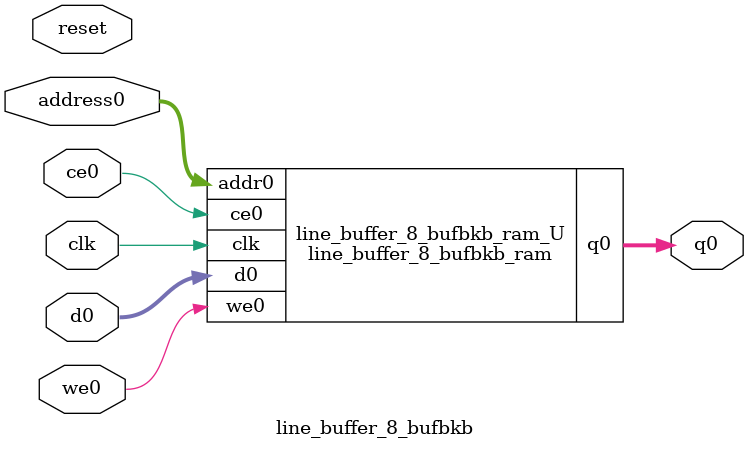
<source format=v>

`timescale 1 ns / 1 ps
module line_buffer_8_bufbkb_ram (addr0, ce0, d0, we0, q0,  clk);

parameter DWIDTH = 16;
parameter AWIDTH = 12;
parameter MEM_SIZE = 4096;

input[AWIDTH-1:0] addr0;
input ce0;
input[DWIDTH-1:0] d0;
input we0;
output reg[DWIDTH-1:0] q0;
input clk;

(* ram_style = "block" *)reg [DWIDTH-1:0] ram[0:MEM_SIZE-1];




always @(posedge clk)  
begin 
    if (ce0) 
    begin
        if (we0) 
        begin 
            ram[addr0] <= d0; 
            q0 <= d0;
        end 
        else 
            q0 <= ram[addr0];
    end
end


endmodule


`timescale 1 ns / 1 ps
module line_buffer_8_bufbkb(
    reset,
    clk,
    address0,
    ce0,
    we0,
    d0,
    q0);

parameter DataWidth = 32'd16;
parameter AddressRange = 32'd4096;
parameter AddressWidth = 32'd12;
input reset;
input clk;
input[AddressWidth - 1:0] address0;
input ce0;
input we0;
input[DataWidth - 1:0] d0;
output[DataWidth - 1:0] q0;



line_buffer_8_bufbkb_ram line_buffer_8_bufbkb_ram_U(
    .clk( clk ),
    .addr0( address0 ),
    .ce0( ce0 ),
    .d0( d0 ),
    .we0( we0 ),
    .q0( q0 ));

endmodule


</source>
